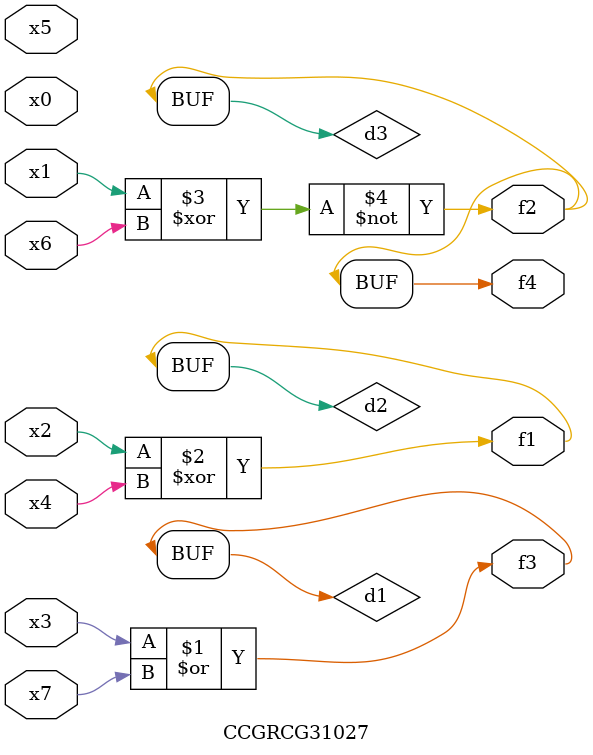
<source format=v>
module CCGRCG31027(
	input x0, x1, x2, x3, x4, x5, x6, x7,
	output f1, f2, f3, f4
);

	wire d1, d2, d3;

	or (d1, x3, x7);
	xor (d2, x2, x4);
	xnor (d3, x1, x6);
	assign f1 = d2;
	assign f2 = d3;
	assign f3 = d1;
	assign f4 = d3;
endmodule

</source>
